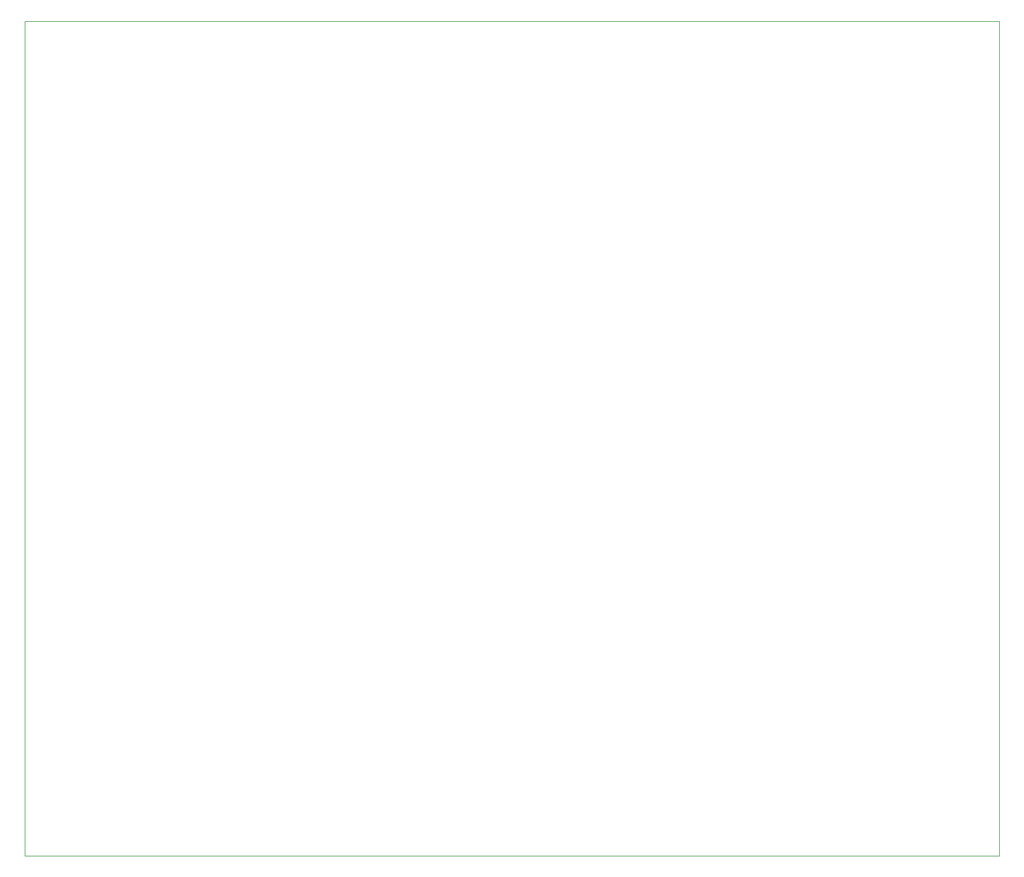
<source format=gbr>
%TF.GenerationSoftware,KiCad,Pcbnew,8.0.6*%
%TF.CreationDate,2025-02-16T20:33:08+01:00*%
%TF.ProjectId,LCD_PCF_v4,4c43445f-5043-4465-9f76-342e6b696361,rev?*%
%TF.SameCoordinates,Original*%
%TF.FileFunction,Profile,NP*%
%FSLAX46Y46*%
G04 Gerber Fmt 4.6, Leading zero omitted, Abs format (unit mm)*
G04 Created by KiCad (PCBNEW 8.0.6) date 2025-02-16 20:33:08*
%MOMM*%
%LPD*%
G01*
G04 APERTURE LIST*
%TA.AperFunction,Profile*%
%ADD10C,0.050000*%
%TD*%
G04 APERTURE END LIST*
D10*
X12000000Y-13130000D02*
X152000000Y-13130000D01*
X152000000Y-133130000D01*
X12000000Y-133130000D01*
X12000000Y-13130000D01*
M02*

</source>
